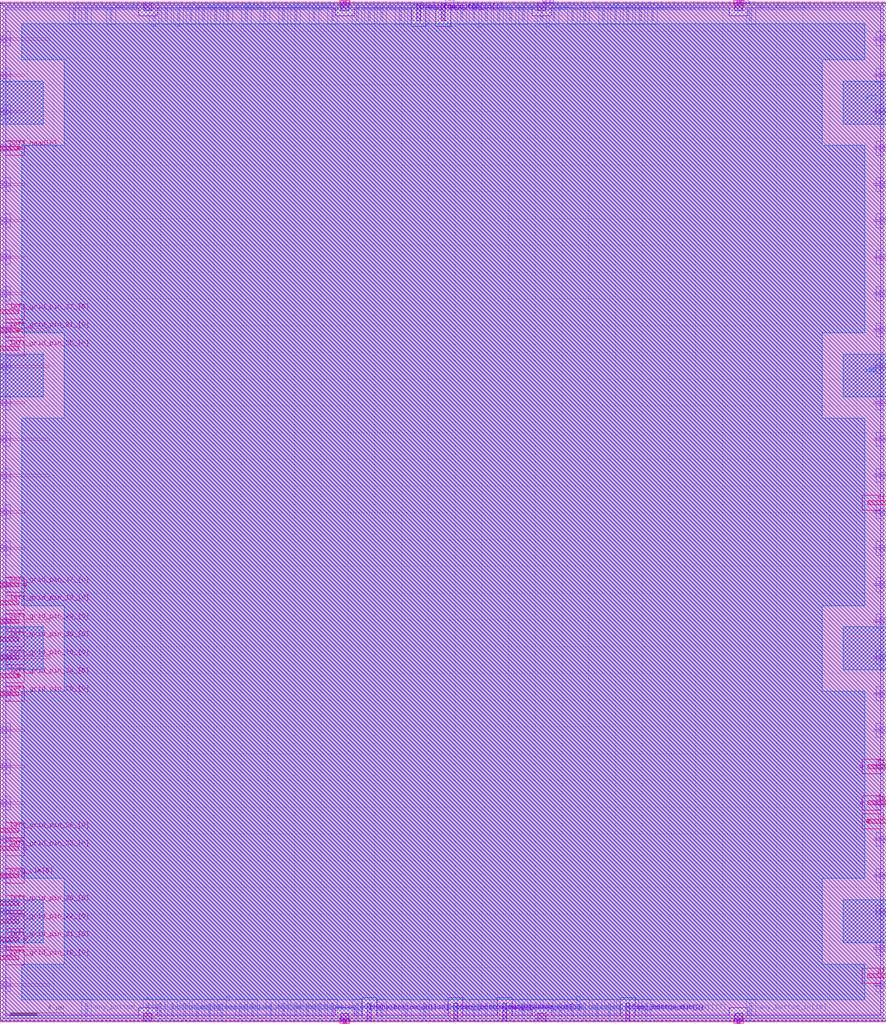
<source format=lef>
VERSION 5.7 ;
BUSBITCHARS "[]" ;

UNITS
  DATABASE MICRONS 1000 ;
END UNITS

MANUFACTURINGGRID 0.005 ;

LAYER li1
  TYPE ROUTING ;
  DIRECTION VERTICAL ;
  PITCH 0.46 ;
  WIDTH 0.17 ;
END li1

LAYER mcon
  TYPE CUT ;
END mcon

LAYER met1
  TYPE ROUTING ;
  DIRECTION HORIZONTAL ;
  PITCH 0.34 ;
  WIDTH 0.14 ;
END met1

LAYER via
  TYPE CUT ;
END via

LAYER met2
  TYPE ROUTING ;
  DIRECTION VERTICAL ;
  PITCH 0.46 ;
  WIDTH 0.14 ;
END met2

LAYER via2
  TYPE CUT ;
END via2

LAYER met3
  TYPE ROUTING ;
  DIRECTION HORIZONTAL ;
  PITCH 0.68 ;
  WIDTH 0.3 ;
END met3

LAYER via3
  TYPE CUT ;
END via3

LAYER met4
  TYPE ROUTING ;
  DIRECTION VERTICAL ;
  PITCH 0.92 ;
  WIDTH 0.3 ;
END met4

LAYER via4
  TYPE CUT ;
END via4

LAYER met5
  TYPE ROUTING ;
  DIRECTION HORIZONTAL ;
  PITCH 3.4 ;
  WIDTH 1.6 ;
END met5

LAYER nwell
  TYPE MASTERSLICE ;
END nwell

LAYER pwell
  TYPE MASTERSLICE ;
END pwell

LAYER OVERLAP
  TYPE OVERLAP ;
END OVERLAP

VIA L1M1_PR
  LAYER li1 ;
    RECT -0.085 -0.085 0.085 0.085 ;
  LAYER mcon ;
    RECT -0.085 -0.085 0.085 0.085 ;
  LAYER met1 ;
    RECT -0.145 -0.115 0.145 0.115 ;
END L1M1_PR

VIA L1M1_PR_R
  LAYER li1 ;
    RECT -0.085 -0.085 0.085 0.085 ;
  LAYER mcon ;
    RECT -0.085 -0.085 0.085 0.085 ;
  LAYER met1 ;
    RECT -0.115 -0.145 0.115 0.145 ;
END L1M1_PR_R

VIA L1M1_PR_M
  LAYER li1 ;
    RECT -0.085 -0.085 0.085 0.085 ;
  LAYER mcon ;
    RECT -0.085 -0.085 0.085 0.085 ;
  LAYER met1 ;
    RECT -0.115 -0.145 0.115 0.145 ;
END L1M1_PR_M

VIA L1M1_PR_MR
  LAYER li1 ;
    RECT -0.085 -0.085 0.085 0.085 ;
  LAYER mcon ;
    RECT -0.085 -0.085 0.085 0.085 ;
  LAYER met1 ;
    RECT -0.145 -0.115 0.145 0.115 ;
END L1M1_PR_MR

VIA L1M1_PR_C
  LAYER li1 ;
    RECT -0.085 -0.085 0.085 0.085 ;
  LAYER mcon ;
    RECT -0.085 -0.085 0.085 0.085 ;
  LAYER met1 ;
    RECT -0.145 -0.145 0.145 0.145 ;
END L1M1_PR_C

VIA M1M2_PR
  LAYER met1 ;
    RECT -0.16 -0.13 0.16 0.13 ;
  LAYER via ;
    RECT -0.075 -0.075 0.075 0.075 ;
  LAYER met2 ;
    RECT -0.13 -0.16 0.13 0.16 ;
END M1M2_PR

VIA M1M2_PR_Enc
  LAYER met1 ;
    RECT -0.16 -0.13 0.16 0.13 ;
  LAYER via ;
    RECT -0.075 -0.075 0.075 0.075 ;
  LAYER met2 ;
    RECT -0.16 -0.13 0.16 0.13 ;
END M1M2_PR_Enc

VIA M1M2_PR_R
  LAYER met1 ;
    RECT -0.13 -0.16 0.13 0.16 ;
  LAYER via ;
    RECT -0.075 -0.075 0.075 0.075 ;
  LAYER met2 ;
    RECT -0.16 -0.13 0.16 0.13 ;
END M1M2_PR_R

VIA M1M2_PR_R_Enc
  LAYER met1 ;
    RECT -0.13 -0.16 0.13 0.16 ;
  LAYER via ;
    RECT -0.075 -0.075 0.075 0.075 ;
  LAYER met2 ;
    RECT -0.13 -0.16 0.13 0.16 ;
END M1M2_PR_R_Enc

VIA M1M2_PR_M
  LAYER met1 ;
    RECT -0.16 -0.13 0.16 0.13 ;
  LAYER via ;
    RECT -0.075 -0.075 0.075 0.075 ;
  LAYER met2 ;
    RECT -0.16 -0.13 0.16 0.13 ;
END M1M2_PR_M

VIA M1M2_PR_M_Enc
  LAYER met1 ;
    RECT -0.16 -0.13 0.16 0.13 ;
  LAYER via ;
    RECT -0.075 -0.075 0.075 0.075 ;
  LAYER met2 ;
    RECT -0.13 -0.16 0.13 0.16 ;
END M1M2_PR_M_Enc

VIA M1M2_PR_MR
  LAYER met1 ;
    RECT -0.13 -0.16 0.13 0.16 ;
  LAYER via ;
    RECT -0.075 -0.075 0.075 0.075 ;
  LAYER met2 ;
    RECT -0.13 -0.16 0.13 0.16 ;
END M1M2_PR_MR

VIA M1M2_PR_MR_Enc
  LAYER met1 ;
    RECT -0.13 -0.16 0.13 0.16 ;
  LAYER via ;
    RECT -0.075 -0.075 0.075 0.075 ;
  LAYER met2 ;
    RECT -0.16 -0.13 0.16 0.13 ;
END M1M2_PR_MR_Enc

VIA M1M2_PR_C
  LAYER met1 ;
    RECT -0.16 -0.16 0.16 0.16 ;
  LAYER via ;
    RECT -0.075 -0.075 0.075 0.075 ;
  LAYER met2 ;
    RECT -0.16 -0.16 0.16 0.16 ;
END M1M2_PR_C

VIA M2M3_PR
  LAYER met2 ;
    RECT -0.14 -0.185 0.14 0.185 ;
  LAYER via2 ;
    RECT -0.1 -0.1 0.1 0.1 ;
  LAYER met3 ;
    RECT -0.165 -0.165 0.165 0.165 ;
END M2M3_PR

VIA M2M3_PR_R
  LAYER met2 ;
    RECT -0.185 -0.14 0.185 0.14 ;
  LAYER via2 ;
    RECT -0.1 -0.1 0.1 0.1 ;
  LAYER met3 ;
    RECT -0.165 -0.165 0.165 0.165 ;
END M2M3_PR_R

VIA M2M3_PR_M
  LAYER met2 ;
    RECT -0.14 -0.185 0.14 0.185 ;
  LAYER via2 ;
    RECT -0.1 -0.1 0.1 0.1 ;
  LAYER met3 ;
    RECT -0.165 -0.165 0.165 0.165 ;
END M2M3_PR_M

VIA M2M3_PR_MR
  LAYER met2 ;
    RECT -0.185 -0.14 0.185 0.14 ;
  LAYER via2 ;
    RECT -0.1 -0.1 0.1 0.1 ;
  LAYER met3 ;
    RECT -0.165 -0.165 0.165 0.165 ;
END M2M3_PR_MR

VIA M2M3_PR_C
  LAYER met2 ;
    RECT -0.185 -0.185 0.185 0.185 ;
  LAYER via2 ;
    RECT -0.1 -0.1 0.1 0.1 ;
  LAYER met3 ;
    RECT -0.165 -0.165 0.165 0.165 ;
END M2M3_PR_C

VIA M3M4_PR
  LAYER met3 ;
    RECT -0.19 -0.16 0.19 0.16 ;
  LAYER via3 ;
    RECT -0.1 -0.1 0.1 0.1 ;
  LAYER met4 ;
    RECT -0.165 -0.165 0.165 0.165 ;
END M3M4_PR

VIA M3M4_PR_R
  LAYER met3 ;
    RECT -0.16 -0.19 0.16 0.19 ;
  LAYER via3 ;
    RECT -0.1 -0.1 0.1 0.1 ;
  LAYER met4 ;
    RECT -0.165 -0.165 0.165 0.165 ;
END M3M4_PR_R

VIA M3M4_PR_M
  LAYER met3 ;
    RECT -0.19 -0.16 0.19 0.16 ;
  LAYER via3 ;
    RECT -0.1 -0.1 0.1 0.1 ;
  LAYER met4 ;
    RECT -0.165 -0.165 0.165 0.165 ;
END M3M4_PR_M

VIA M3M4_PR_MR
  LAYER met3 ;
    RECT -0.16 -0.19 0.16 0.19 ;
  LAYER via3 ;
    RECT -0.1 -0.1 0.1 0.1 ;
  LAYER met4 ;
    RECT -0.165 -0.165 0.165 0.165 ;
END M3M4_PR_MR

VIA M3M4_PR_C
  LAYER met3 ;
    RECT -0.19 -0.19 0.19 0.19 ;
  LAYER via3 ;
    RECT -0.1 -0.1 0.1 0.1 ;
  LAYER met4 ;
    RECT -0.165 -0.165 0.165 0.165 ;
END M3M4_PR_C

VIA M4M5_PR
  LAYER met4 ;
    RECT -0.59 -0.59 0.59 0.59 ;
  LAYER via4 ;
    RECT -0.4 -0.4 0.4 0.4 ;
  LAYER met5 ;
    RECT -0.71 -0.71 0.71 0.71 ;
END M4M5_PR

VIA M4M5_PR_R
  LAYER met4 ;
    RECT -0.59 -0.59 0.59 0.59 ;
  LAYER via4 ;
    RECT -0.4 -0.4 0.4 0.4 ;
  LAYER met5 ;
    RECT -0.71 -0.71 0.71 0.71 ;
END M4M5_PR_R

VIA M4M5_PR_M
  LAYER met4 ;
    RECT -0.59 -0.59 0.59 0.59 ;
  LAYER via4 ;
    RECT -0.4 -0.4 0.4 0.4 ;
  LAYER met5 ;
    RECT -0.71 -0.71 0.71 0.71 ;
END M4M5_PR_M

VIA M4M5_PR_MR
  LAYER met4 ;
    RECT -0.59 -0.59 0.59 0.59 ;
  LAYER via4 ;
    RECT -0.4 -0.4 0.4 0.4 ;
  LAYER met5 ;
    RECT -0.71 -0.71 0.71 0.71 ;
END M4M5_PR_MR

VIA M4M5_PR_C
  LAYER met4 ;
    RECT -0.59 -0.59 0.59 0.59 ;
  LAYER via4 ;
    RECT -0.4 -0.4 0.4 0.4 ;
  LAYER met5 ;
    RECT -0.71 -0.71 0.71 0.71 ;
END M4M5_PR_C

SITE unit
  CLASS CORE ;
  SYMMETRY Y ;
  SIZE 0.46 BY 2.72 ;
END unit

SITE unithddbl
  CLASS CORE ;
  SIZE 0.46 BY 5.44 ;
END unithddbl

MACRO cby_2__1_
  CLASS BLOCK ;
  ORIGIN 0 0 ;
  SIZE 66.24 BY 76.16 ;
  SYMMETRY X Y ;
  PIN prog_clk[0]
    DIRECTION INPUT ;
    USE CLOCK ;
    PORT
      LAYER met3 ;
        RECT 0 10.73 1.38 11.03 ;
    END
  END prog_clk[0]
  PIN chany_bottom_in[0]
    DIRECTION INPUT ;
    USE SIGNAL ;
    PORT
      LAYER met2 ;
        RECT 11.89 0 12.03 1.36 ;
    END
  END chany_bottom_in[0]
  PIN chany_bottom_in[1]
    DIRECTION INPUT ;
    USE SIGNAL ;
    PORT
      LAYER met2 ;
        RECT 24.77 0 24.91 1.36 ;
    END
  END chany_bottom_in[1]
  PIN chany_bottom_in[2]
    DIRECTION INPUT ;
    USE SIGNAL ;
    PORT
      LAYER met2 ;
        RECT 38.11 0 38.25 1.36 ;
    END
  END chany_bottom_in[2]
  PIN chany_bottom_in[3]
    DIRECTION INPUT ;
    USE SIGNAL ;
    PORT
      LAYER met2 ;
        RECT 10.97 0 11.11 1.36 ;
    END
  END chany_bottom_in[3]
  PIN chany_bottom_in[4]
    DIRECTION INPUT ;
    USE SIGNAL ;
    PORT
      LAYER met2 ;
        RECT 31.67 0 31.81 1.36 ;
    END
  END chany_bottom_in[4]
  PIN chany_bottom_in[5]
    DIRECTION INPUT ;
    USE SIGNAL ;
    PORT
      LAYER met2 ;
        RECT 20.17 0 20.31 1.36 ;
    END
  END chany_bottom_in[5]
  PIN chany_bottom_in[6]
    DIRECTION INPUT ;
    USE SIGNAL ;
    PORT
      LAYER met2 ;
        RECT 37.19 0 37.33 1.36 ;
    END
  END chany_bottom_in[6]
  PIN chany_bottom_in[7]
    DIRECTION INPUT ;
    USE SIGNAL ;
    PORT
      LAYER met2 ;
        RECT 16.49 0 16.63 1.36 ;
    END
  END chany_bottom_in[7]
  PIN chany_bottom_in[8]
    DIRECTION INPUT ;
    USE SIGNAL ;
    PORT
      LAYER met2 ;
        RECT 34.43 0 34.57 1.36 ;
    END
  END chany_bottom_in[8]
  PIN chany_bottom_in[9]
    DIRECTION INPUT ;
    USE SIGNAL ;
    PORT
      LAYER met2 ;
        RECT 13.73 0 13.87 1.36 ;
    END
  END chany_bottom_in[9]
  PIN chany_bottom_in[10]
    DIRECTION INPUT ;
    USE SIGNAL ;
    PORT
      LAYER met2 ;
        RECT 40.87 0 41.01 1.36 ;
    END
  END chany_bottom_in[10]
  PIN chany_bottom_in[11]
    DIRECTION INPUT ;
    USE SIGNAL ;
    PORT
      LAYER met2 ;
        RECT 14.65 0 14.79 1.36 ;
    END
  END chany_bottom_in[11]
  PIN chany_bottom_in[12]
    DIRECTION INPUT ;
    USE SIGNAL ;
    PORT
      LAYER met2 ;
        RECT 36.27 0 36.41 1.36 ;
    END
  END chany_bottom_in[12]
  PIN chany_bottom_in[13]
    DIRECTION INPUT ;
    USE SIGNAL ;
    PORT
      LAYER met2 ;
        RECT 15.57 0 15.71 1.36 ;
    END
  END chany_bottom_in[13]
  PIN chany_bottom_in[14]
    DIRECTION INPUT ;
    USE SIGNAL ;
    PORT
      LAYER met2 ;
        RECT 46.39 0 46.53 1.36 ;
    END
  END chany_bottom_in[14]
  PIN chany_bottom_in[15]
    DIRECTION INPUT ;
    USE SIGNAL ;
    PORT
      LAYER met2 ;
        RECT 22.01 0 22.15 1.36 ;
    END
  END chany_bottom_in[15]
  PIN chany_bottom_in[16]
    DIRECTION INPUT ;
    USE SIGNAL ;
    PORT
      LAYER met2 ;
        RECT 56.05 0 56.19 1.36 ;
    END
  END chany_bottom_in[16]
  PIN chany_bottom_in[17]
    DIRECTION INPUT ;
    USE SIGNAL ;
    PORT
      LAYER met2 ;
        RECT 18.79 0 18.93 1.36 ;
    END
  END chany_bottom_in[17]
  PIN chany_bottom_in[18]
    DIRECTION INPUT ;
    USE SIGNAL ;
    PORT
      LAYER met2 ;
        RECT 44.55 0 44.69 1.36 ;
    END
  END chany_bottom_in[18]
  PIN chany_bottom_in[19]
    DIRECTION INPUT ;
    USE SIGNAL ;
    PORT
      LAYER met2 ;
        RECT 6.37 0 6.51 1.36 ;
    END
  END chany_bottom_in[19]
  PIN chany_top_in[0]
    DIRECTION INPUT ;
    USE SIGNAL ;
    PORT
      LAYER met2 ;
        RECT 38.11 74.8 38.25 76.16 ;
    END
  END chany_top_in[0]
  PIN chany_top_in[1]
    DIRECTION INPUT ;
    USE SIGNAL ;
    PORT
      LAYER met4 ;
        RECT 32.97 74.8 33.27 76.16 ;
    END
  END chany_top_in[1]
  PIN chany_top_in[2]
    DIRECTION INPUT ;
    USE SIGNAL ;
    PORT
      LAYER met2 ;
        RECT 56.05 74.8 56.19 76.16 ;
    END
  END chany_top_in[2]
  PIN chany_top_in[3]
    DIRECTION INPUT ;
    USE SIGNAL ;
    PORT
      LAYER met2 ;
        RECT 15.11 74.8 15.25 76.16 ;
    END
  END chany_top_in[3]
  PIN chany_top_in[4]
    DIRECTION INPUT ;
    USE SIGNAL ;
    PORT
      LAYER met2 ;
        RECT 11.43 74.8 11.57 76.16 ;
    END
  END chany_top_in[4]
  PIN chany_top_in[5]
    DIRECTION INPUT ;
    USE SIGNAL ;
    PORT
      LAYER met2 ;
        RECT 16.03 74.8 16.17 76.16 ;
    END
  END chany_top_in[5]
  PIN chany_top_in[6]
    DIRECTION INPUT ;
    USE SIGNAL ;
    PORT
      LAYER met2 ;
        RECT 40.41 74.8 40.55 76.16 ;
    END
  END chany_top_in[6]
  PIN chany_top_in[7]
    DIRECTION INPUT ;
    USE SIGNAL ;
    PORT
      LAYER met2 ;
        RECT 22.01 74.8 22.15 76.16 ;
    END
  END chany_top_in[7]
  PIN chany_top_in[8]
    DIRECTION INPUT ;
    USE SIGNAL ;
    PORT
      LAYER met2 ;
        RECT 31.67 74.8 31.81 76.16 ;
    END
  END chany_top_in[8]
  PIN chany_top_in[9]
    DIRECTION INPUT ;
    USE SIGNAL ;
    PORT
      LAYER met2 ;
        RECT 12.35 74.8 12.49 76.16 ;
    END
  END chany_top_in[9]
  PIN chany_top_in[10]
    DIRECTION INPUT ;
    USE SIGNAL ;
    PORT
      LAYER met2 ;
        RECT 45.93 74.8 46.07 76.16 ;
    END
  END chany_top_in[10]
  PIN chany_top_in[11]
    DIRECTION INPUT ;
    USE SIGNAL ;
    PORT
      LAYER met2 ;
        RECT 8.21 74.8 8.35 76.16 ;
    END
  END chany_top_in[11]
  PIN chany_top_in[12]
    DIRECTION INPUT ;
    USE SIGNAL ;
    PORT
      LAYER met2 ;
        RECT 33.05 74.8 33.19 76.16 ;
    END
  END chany_top_in[12]
  PIN chany_top_in[13]
    DIRECTION INPUT ;
    USE SIGNAL ;
    PORT
      LAYER met2 ;
        RECT 6.37 74.8 6.51 76.16 ;
    END
  END chany_top_in[13]
  PIN chany_top_in[14]
    DIRECTION INPUT ;
    USE SIGNAL ;
    PORT
      LAYER met2 ;
        RECT 41.33 74.8 41.47 76.16 ;
    END
  END chany_top_in[14]
  PIN chany_top_in[15]
    DIRECTION INPUT ;
    USE SIGNAL ;
    PORT
      LAYER met2 ;
        RECT 23.39 74.8 23.53 76.16 ;
    END
  END chany_top_in[15]
  PIN chany_top_in[16]
    DIRECTION INPUT ;
    USE SIGNAL ;
    PORT
      LAYER met2 ;
        RECT 26.61 74.8 26.75 76.16 ;
    END
  END chany_top_in[16]
  PIN chany_top_in[17]
    DIRECTION INPUT ;
    USE SIGNAL ;
    PORT
      LAYER met2 ;
        RECT 19.71 74.8 19.85 76.16 ;
    END
  END chany_top_in[17]
  PIN chany_top_in[18]
    DIRECTION INPUT ;
    USE SIGNAL ;
    PORT
      LAYER met2 ;
        RECT 45.01 74.8 45.15 76.16 ;
    END
  END chany_top_in[18]
  PIN chany_top_in[19]
    DIRECTION INPUT ;
    USE SIGNAL ;
    PORT
      LAYER met2 ;
        RECT 5.45 74.8 5.59 76.16 ;
    END
  END chany_top_in[19]
  PIN ccff_head[0]
    DIRECTION INPUT ;
    USE SIGNAL ;
    PORT
      LAYER met3 ;
        RECT 0 65.13 1.38 65.43 ;
    END
  END ccff_head[0]
  PIN chany_bottom_out[0]
    DIRECTION OUTPUT ;
    USE SIGNAL ;
    PORT
      LAYER met2 ;
        RECT 33.51 0 33.65 1.36 ;
    END
  END chany_bottom_out[0]
  PIN chany_bottom_out[1]
    DIRECTION OUTPUT ;
    USE SIGNAL ;
    PORT
      LAYER met4 ;
        RECT 37.57 0 37.87 1.36 ;
    END
  END chany_bottom_out[1]
  PIN chany_bottom_out[2]
    DIRECTION OUTPUT ;
    USE SIGNAL ;
    PORT
      LAYER met4 ;
        RECT 46.77 0 47.07 1.36 ;
    END
  END chany_bottom_out[2]
  PIN chany_bottom_out[3]
    DIRECTION OUTPUT ;
    USE SIGNAL ;
    PORT
      LAYER met2 ;
        RECT 26.61 0 26.75 1.36 ;
    END
  END chany_bottom_out[3]
  PIN chany_bottom_out[4]
    DIRECTION OUTPUT ;
    USE SIGNAL ;
    PORT
      LAYER met2 ;
        RECT 41.79 0 41.93 1.36 ;
    END
  END chany_bottom_out[4]
  PIN chany_bottom_out[5]
    DIRECTION OUTPUT ;
    USE SIGNAL ;
    PORT
      LAYER met2 ;
        RECT 39.03 0 39.17 1.36 ;
    END
  END chany_bottom_out[5]
  PIN chany_bottom_out[6]
    DIRECTION OUTPUT ;
    USE SIGNAL ;
    PORT
      LAYER met2 ;
        RECT 47.31 0 47.45 1.36 ;
    END
  END chany_bottom_out[6]
  PIN chany_bottom_out[7]
    DIRECTION OUTPUT ;
    USE SIGNAL ;
    PORT
      LAYER met2 ;
        RECT 22.93 0 23.07 1.36 ;
    END
  END chany_bottom_out[7]
  PIN chany_bottom_out[8]
    DIRECTION OUTPUT ;
    USE SIGNAL ;
    PORT
      LAYER met2 ;
        RECT 30.29 0 30.43 1.36 ;
    END
  END chany_bottom_out[8]
  PIN chany_bottom_out[9]
    DIRECTION OUTPUT ;
    USE SIGNAL ;
    PORT
      LAYER met4 ;
        RECT 33.89 0 34.19 1.36 ;
    END
  END chany_bottom_out[9]
  PIN chany_bottom_out[10]
    DIRECTION OUTPUT ;
    USE SIGNAL ;
    PORT
      LAYER met4 ;
        RECT 27.45 0 27.75 1.36 ;
    END
  END chany_bottom_out[10]
  PIN chany_bottom_out[11]
    DIRECTION OUTPUT ;
    USE SIGNAL ;
    PORT
      LAYER met2 ;
        RECT 21.09 0 21.23 1.36 ;
    END
  END chany_bottom_out[11]
  PIN chany_bottom_out[12]
    DIRECTION OUTPUT ;
    USE SIGNAL ;
    PORT
      LAYER met2 ;
        RECT 23.85 0 23.99 1.36 ;
    END
  END chany_bottom_out[12]
  PIN chany_bottom_out[13]
    DIRECTION OUTPUT ;
    USE SIGNAL ;
    PORT
      LAYER met2 ;
        RECT 17.87 0 18.01 1.36 ;
    END
  END chany_bottom_out[13]
  PIN chany_bottom_out[14]
    DIRECTION OUTPUT ;
    USE SIGNAL ;
    PORT
      LAYER met2 ;
        RECT 43.63 0 43.77 1.36 ;
    END
  END chany_bottom_out[14]
  PIN chany_bottom_out[15]
    DIRECTION OUTPUT ;
    USE SIGNAL ;
    PORT
      LAYER met2 ;
        RECT 35.35 0 35.49 1.36 ;
    END
  END chany_bottom_out[15]
  PIN chany_bottom_out[16]
    DIRECTION OUTPUT ;
    USE SIGNAL ;
    PORT
      LAYER met2 ;
        RECT 42.71 0 42.85 1.36 ;
    END
  END chany_bottom_out[16]
  PIN chany_bottom_out[17]
    DIRECTION OUTPUT ;
    USE SIGNAL ;
    PORT
      LAYER met2 ;
        RECT 48.23 0 48.37 1.36 ;
    END
  END chany_bottom_out[17]
  PIN chany_bottom_out[18]
    DIRECTION OUTPUT ;
    USE SIGNAL ;
    PORT
      LAYER met2 ;
        RECT 45.47 0 45.61 1.36 ;
    END
  END chany_bottom_out[18]
  PIN chany_bottom_out[19]
    DIRECTION OUTPUT ;
    USE SIGNAL ;
    PORT
      LAYER met2 ;
        RECT 39.95 0 40.09 1.36 ;
    END
  END chany_bottom_out[19]
  PIN chany_top_out[0]
    DIRECTION OUTPUT ;
    USE SIGNAL ;
    PORT
      LAYER met2 ;
        RECT 29.83 74.8 29.97 76.16 ;
    END
  END chany_top_out[0]
  PIN chany_top_out[1]
    DIRECTION OUTPUT ;
    USE SIGNAL ;
    PORT
      LAYER met2 ;
        RECT 24.77 74.8 24.91 76.16 ;
    END
  END chany_top_out[1]
  PIN chany_top_out[2]
    DIRECTION OUTPUT ;
    USE SIGNAL ;
    PORT
      LAYER met4 ;
        RECT 31.13 74.8 31.43 76.16 ;
    END
  END chany_top_out[2]
  PIN chany_top_out[3]
    DIRECTION OUTPUT ;
    USE SIGNAL ;
    PORT
      LAYER met2 ;
        RECT 21.09 74.8 21.23 76.16 ;
    END
  END chany_top_out[3]
  PIN chany_top_out[4]
    DIRECTION OUTPUT ;
    USE SIGNAL ;
    PORT
      LAYER met2 ;
        RECT 28.45 74.8 28.59 76.16 ;
    END
  END chany_top_out[4]
  PIN chany_top_out[5]
    DIRECTION OUTPUT ;
    USE SIGNAL ;
    PORT
      LAYER met2 ;
        RECT 27.53 74.8 27.67 76.16 ;
    END
  END chany_top_out[5]
  PIN chany_top_out[6]
    DIRECTION OUTPUT ;
    USE SIGNAL ;
    PORT
      LAYER met2 ;
        RECT 43.63 74.8 43.77 76.16 ;
    END
  END chany_top_out[6]
  PIN chany_top_out[7]
    DIRECTION OUTPUT ;
    USE SIGNAL ;
    PORT
      LAYER met2 ;
        RECT 37.19 74.8 37.33 76.16 ;
    END
  END chany_top_out[7]
  PIN chany_top_out[8]
    DIRECTION OUTPUT ;
    USE SIGNAL ;
    PORT
      LAYER met2 ;
        RECT 46.85 74.8 46.99 76.16 ;
    END
  END chany_top_out[8]
  PIN chany_top_out[9]
    DIRECTION OUTPUT ;
    USE SIGNAL ;
    PORT
      LAYER met2 ;
        RECT 39.03 74.8 39.17 76.16 ;
    END
  END chany_top_out[9]
  PIN chany_top_out[10]
    DIRECTION OUTPUT ;
    USE SIGNAL ;
    PORT
      LAYER met2 ;
        RECT 14.19 74.8 14.33 76.16 ;
    END
  END chany_top_out[10]
  PIN chany_top_out[11]
    DIRECTION OUTPUT ;
    USE SIGNAL ;
    PORT
      LAYER met2 ;
        RECT 36.27 74.8 36.41 76.16 ;
    END
  END chany_top_out[11]
  PIN chany_top_out[12]
    DIRECTION OUTPUT ;
    USE SIGNAL ;
    PORT
      LAYER met2 ;
        RECT 16.95 74.8 17.09 76.16 ;
    END
  END chany_top_out[12]
  PIN chany_top_out[13]
    DIRECTION OUTPUT ;
    USE SIGNAL ;
    PORT
      LAYER met2 ;
        RECT 18.33 74.8 18.47 76.16 ;
    END
  END chany_top_out[13]
  PIN chany_top_out[14]
    DIRECTION OUTPUT ;
    USE SIGNAL ;
    PORT
      LAYER met2 ;
        RECT 30.75 74.8 30.89 76.16 ;
    END
  END chany_top_out[14]
  PIN chany_top_out[15]
    DIRECTION OUTPUT ;
    USE SIGNAL ;
    PORT
      LAYER met2 ;
        RECT 34.43 74.8 34.57 76.16 ;
    END
  END chany_top_out[15]
  PIN chany_top_out[16]
    DIRECTION OUTPUT ;
    USE SIGNAL ;
    PORT
      LAYER met2 ;
        RECT 42.71 74.8 42.85 76.16 ;
    END
  END chany_top_out[16]
  PIN chany_top_out[17]
    DIRECTION OUTPUT ;
    USE SIGNAL ;
    PORT
      LAYER met2 ;
        RECT 47.77 74.8 47.91 76.16 ;
    END
  END chany_top_out[17]
  PIN chany_top_out[18]
    DIRECTION OUTPUT ;
    USE SIGNAL ;
    PORT
      LAYER met2 ;
        RECT 48.69 74.8 48.83 76.16 ;
    END
  END chany_top_out[18]
  PIN chany_top_out[19]
    DIRECTION OUTPUT ;
    USE SIGNAL ;
    PORT
      LAYER met2 ;
        RECT 35.35 74.8 35.49 76.16 ;
    END
  END chany_top_out[19]
  PIN right_grid_pin_0_[0]
    DIRECTION OUTPUT ;
    USE SIGNAL ;
    PORT
      LAYER met3 ;
        RECT 64.86 14.81 66.24 15.11 ;
    END
  END right_grid_pin_0_[0]
  PIN left_grid_pin_16_[0]
    DIRECTION OUTPUT ;
    USE SIGNAL ;
    PORT
      LAYER met3 ;
        RECT 0 27.05 1.38 27.35 ;
    END
  END left_grid_pin_16_[0]
  PIN left_grid_pin_17_[0]
    DIRECTION OUTPUT ;
    USE SIGNAL ;
    PORT
      LAYER met3 ;
        RECT 0 32.49 1.38 32.79 ;
    END
  END left_grid_pin_17_[0]
  PIN left_grid_pin_18_[0]
    DIRECTION OUTPUT ;
    USE SIGNAL ;
    PORT
      LAYER met3 ;
        RECT 0 4.61 1.38 4.91 ;
    END
  END left_grid_pin_18_[0]
  PIN left_grid_pin_19_[0]
    DIRECTION OUTPUT ;
    USE SIGNAL ;
    PORT
      LAYER met3 ;
        RECT 0 31.13 1.38 31.43 ;
    END
  END left_grid_pin_19_[0]
  PIN left_grid_pin_20_[0]
    DIRECTION OUTPUT ;
    USE SIGNAL ;
    PORT
      LAYER met3 ;
        RECT 0 8.69 1.38 8.99 ;
    END
  END left_grid_pin_20_[0]
  PIN left_grid_pin_21_[0]
    DIRECTION OUTPUT ;
    USE SIGNAL ;
    PORT
      LAYER met3 ;
        RECT 0 5.97 1.38 6.27 ;
    END
  END left_grid_pin_21_[0]
  PIN left_grid_pin_22_[0]
    DIRECTION OUTPUT ;
    USE SIGNAL ;
    PORT
      LAYER met3 ;
        RECT 0 7.33 1.38 7.63 ;
    END
  END left_grid_pin_22_[0]
  PIN left_grid_pin_23_[0]
    DIRECTION OUTPUT ;
    USE SIGNAL ;
    PORT
      LAYER met3 ;
        RECT 0 12.77 1.38 13.07 ;
    END
  END left_grid_pin_23_[0]
  PIN left_grid_pin_24_[0]
    DIRECTION OUTPUT ;
    USE SIGNAL ;
    PORT
      LAYER met3 ;
        RECT 0 25.69 1.38 25.99 ;
    END
  END left_grid_pin_24_[0]
  PIN left_grid_pin_25_[0]
    DIRECTION OUTPUT ;
    USE SIGNAL ;
    PORT
      LAYER met3 ;
        RECT 0 24.33 1.38 24.63 ;
    END
  END left_grid_pin_25_[0]
  PIN left_grid_pin_26_[0]
    DIRECTION OUTPUT ;
    USE SIGNAL ;
    PORT
      LAYER met3 ;
        RECT 0 14.13 1.38 14.43 ;
    END
  END left_grid_pin_26_[0]
  PIN left_grid_pin_27_[0]
    DIRECTION OUTPUT ;
    USE SIGNAL ;
    PORT
      LAYER met3 ;
        RECT 0 52.89 1.38 53.19 ;
    END
  END left_grid_pin_27_[0]
  PIN left_grid_pin_28_[0]
    DIRECTION OUTPUT ;
    USE SIGNAL ;
    PORT
      LAYER met3 ;
        RECT 0 50.17 1.38 50.47 ;
    END
  END left_grid_pin_28_[0]
  PIN left_grid_pin_29_[0]
    DIRECTION OUTPUT ;
    USE SIGNAL ;
    PORT
      LAYER met3 ;
        RECT 0 29.77 1.38 30.07 ;
    END
  END left_grid_pin_29_[0]
  PIN left_grid_pin_30_[0]
    DIRECTION OUTPUT ;
    USE SIGNAL ;
    PORT
      LAYER met3 ;
        RECT 0 28.41 1.38 28.71 ;
    END
  END left_grid_pin_30_[0]
  PIN left_grid_pin_31_[0]
    DIRECTION OUTPUT ;
    USE SIGNAL ;
    PORT
      LAYER met3 ;
        RECT 0 51.53 1.38 51.83 ;
    END
  END left_grid_pin_31_[0]
  PIN ccff_tail[0]
    DIRECTION OUTPUT ;
    USE SIGNAL ;
    PORT
      LAYER met2 ;
        RECT 12.81 0 12.95 1.36 ;
    END
  END ccff_tail[0]
  PIN gfpga_pad_EMBEDDED_IO_SOC_IN[0]
    DIRECTION INPUT ;
    USE SIGNAL ;
    PORT
      LAYER met3 ;
        RECT 64.86 38.61 66.24 38.91 ;
    END
  END gfpga_pad_EMBEDDED_IO_SOC_IN[0]
  PIN gfpga_pad_EMBEDDED_IO_SOC_OUT[0]
    DIRECTION OUTPUT ;
    USE SIGNAL ;
    PORT
      LAYER met3 ;
        RECT 64.86 18.89 66.24 19.19 ;
    END
  END gfpga_pad_EMBEDDED_IO_SOC_OUT[0]
  PIN gfpga_pad_EMBEDDED_IO_SOC_DIR[0]
    DIRECTION OUTPUT ;
    USE SIGNAL ;
    PORT
      LAYER met3 ;
        RECT 64.86 3.25 66.24 3.55 ;
    END
  END gfpga_pad_EMBEDDED_IO_SOC_DIR[0]
  PIN left_width_0_height_0__pin_0_[0]
    DIRECTION INPUT ;
    USE SIGNAL ;
    PORT
      LAYER met3 ;
        RECT 64.86 16.17 66.24 16.47 ;
    END
  END left_width_0_height_0__pin_0_[0]
  PIN left_width_0_height_0__pin_1_upper[0]
    DIRECTION OUTPUT ;
    USE SIGNAL ;
    PORT
      LAYER met2 ;
        RECT 13.27 74.8 13.41 76.16 ;
    END
  END left_width_0_height_0__pin_1_upper[0]
  PIN left_width_0_height_0__pin_1_lower[0]
    DIRECTION OUTPUT ;
    USE SIGNAL ;
    PORT
      LAYER met2 ;
        RECT 28.45 0 28.59 1.36 ;
    END
  END left_width_0_height_0__pin_1_lower[0]
  PIN VDD
    DIRECTION INPUT ;
    USE POWER ;
    PORT
      LAYER met5 ;
        RECT 0 5.88 3.2 9.08 ;
        RECT 63.04 5.88 66.24 9.08 ;
        RECT 0 46.68 3.2 49.88 ;
        RECT 63.04 46.68 66.24 49.88 ;
      LAYER met1 ;
        RECT 0 2.48 0.48 2.96 ;
        RECT 65.76 2.48 66.24 2.96 ;
        RECT 0 7.92 0.48 8.4 ;
        RECT 65.76 7.92 66.24 8.4 ;
        RECT 0 13.36 0.48 13.84 ;
        RECT 65.76 13.36 66.24 13.84 ;
        RECT 0 18.8 0.48 19.28 ;
        RECT 65.76 18.8 66.24 19.28 ;
        RECT 0 24.24 0.48 24.72 ;
        RECT 65.76 24.24 66.24 24.72 ;
        RECT 0 29.68 0.48 30.16 ;
        RECT 65.76 29.68 66.24 30.16 ;
        RECT 0 35.12 0.48 35.6 ;
        RECT 65.76 35.12 66.24 35.6 ;
        RECT 0 40.56 0.48 41.04 ;
        RECT 65.76 40.56 66.24 41.04 ;
        RECT 0 46 0.48 46.48 ;
        RECT 65.76 46 66.24 46.48 ;
        RECT 0 51.44 0.48 51.92 ;
        RECT 65.76 51.44 66.24 51.92 ;
        RECT 0 56.88 0.48 57.36 ;
        RECT 65.76 56.88 66.24 57.36 ;
        RECT 0 62.32 0.48 62.8 ;
        RECT 65.76 62.32 66.24 62.8 ;
        RECT 0 67.76 0.48 68.24 ;
        RECT 65.76 67.76 66.24 68.24 ;
        RECT 0 73.2 0.48 73.68 ;
        RECT 65.76 73.2 66.24 73.68 ;
      LAYER met4 ;
        RECT 10.74 0 11.34 0.6 ;
        RECT 40.18 0 40.78 0.6 ;
        RECT 10.74 75.56 11.34 76.16 ;
        RECT 40.18 75.56 40.78 76.16 ;
    END
  END VDD
  PIN VSS
    DIRECTION INPUT ;
    USE GROUND ;
    PORT
      LAYER met5 ;
        RECT 0 26.28 3.2 29.48 ;
        RECT 63.04 26.28 66.24 29.48 ;
        RECT 0 67.08 3.2 70.28 ;
        RECT 63.04 67.08 66.24 70.28 ;
      LAYER met1 ;
        RECT 0 0 66.24 0.24 ;
        RECT 0 5.2 0.48 5.68 ;
        RECT 65.76 5.2 66.24 5.68 ;
        RECT 0 10.64 0.48 11.12 ;
        RECT 65.76 10.64 66.24 11.12 ;
        RECT 0 16.08 0.48 16.56 ;
        RECT 65.76 16.08 66.24 16.56 ;
        RECT 0 21.52 0.48 22 ;
        RECT 65.76 21.52 66.24 22 ;
        RECT 0 26.96 0.48 27.44 ;
        RECT 65.76 26.96 66.24 27.44 ;
        RECT 0 32.4 0.48 32.88 ;
        RECT 65.76 32.4 66.24 32.88 ;
        RECT 0 37.84 0.48 38.32 ;
        RECT 65.76 37.84 66.24 38.32 ;
        RECT 0 43.28 0.48 43.76 ;
        RECT 65.76 43.28 66.24 43.76 ;
        RECT 0 48.72 0.48 49.2 ;
        RECT 65.76 48.72 66.24 49.2 ;
        RECT 0 54.16 0.48 54.64 ;
        RECT 65.76 54.16 66.24 54.64 ;
        RECT 0 59.6 0.48 60.08 ;
        RECT 65.76 59.6 66.24 60.08 ;
        RECT 0 65.04 0.48 65.52 ;
        RECT 65.76 65.04 66.24 65.52 ;
        RECT 0 70.48 0.48 70.96 ;
        RECT 65.76 70.48 66.24 70.96 ;
        RECT 0 75.92 66.24 76.16 ;
      LAYER met4 ;
        RECT 25.46 0 26.06 0.6 ;
        RECT 54.9 0 55.5 0.6 ;
        RECT 25.46 75.56 26.06 76.16 ;
        RECT 54.9 75.56 55.5 76.16 ;
    END
  END VSS
  OBS
    LAYER li1 ;
      RECT 0 76.075 66.24 76.245 ;
      RECT 65.32 73.355 66.24 73.525 ;
      RECT 0 73.355 3.68 73.525 ;
      RECT 65.32 70.635 66.24 70.805 ;
      RECT 0 70.635 1.84 70.805 ;
      RECT 65.32 67.915 66.24 68.085 ;
      RECT 0 67.915 1.84 68.085 ;
      RECT 65.32 65.195 66.24 65.365 ;
      RECT 0 65.195 1.84 65.365 ;
      RECT 65.32 62.475 66.24 62.645 ;
      RECT 0 62.475 1.84 62.645 ;
      RECT 65.32 59.755 66.24 59.925 ;
      RECT 0 59.755 1.84 59.925 ;
      RECT 65.32 57.035 66.24 57.205 ;
      RECT 0 57.035 1.84 57.205 ;
      RECT 65.32 54.315 66.24 54.485 ;
      RECT 0 54.315 1.84 54.485 ;
      RECT 65.32 51.595 66.24 51.765 ;
      RECT 0 51.595 3.68 51.765 ;
      RECT 65.32 48.875 66.24 49.045 ;
      RECT 0 48.875 3.68 49.045 ;
      RECT 65.32 46.155 66.24 46.325 ;
      RECT 0 46.155 1.84 46.325 ;
      RECT 65.32 43.435 66.24 43.605 ;
      RECT 0 43.435 3.68 43.605 ;
      RECT 65.32 40.715 66.24 40.885 ;
      RECT 0 40.715 3.68 40.885 ;
      RECT 65.32 37.995 66.24 38.165 ;
      RECT 0 37.995 1.84 38.165 ;
      RECT 65.32 35.275 66.24 35.445 ;
      RECT 0 35.275 1.84 35.445 ;
      RECT 65.32 32.555 66.24 32.725 ;
      RECT 0 32.555 1.84 32.725 ;
      RECT 65.32 29.835 66.24 30.005 ;
      RECT 0 29.835 3.68 30.005 ;
      RECT 65.32 27.115 66.24 27.285 ;
      RECT 0 27.115 3.68 27.285 ;
      RECT 65.32 24.395 66.24 24.565 ;
      RECT 0 24.395 1.84 24.565 ;
      RECT 65.32 21.675 66.24 21.845 ;
      RECT 0 21.675 1.84 21.845 ;
      RECT 65.32 18.955 66.24 19.125 ;
      RECT 0 18.955 1.84 19.125 ;
      RECT 65.32 16.235 66.24 16.405 ;
      RECT 0 16.235 1.84 16.405 ;
      RECT 65.32 13.515 66.24 13.685 ;
      RECT 0 13.515 1.84 13.685 ;
      RECT 65.32 10.795 66.24 10.965 ;
      RECT 0 10.795 1.84 10.965 ;
      RECT 65.78 8.075 66.24 8.245 ;
      RECT 0 8.075 1.84 8.245 ;
      RECT 65.32 5.355 66.24 5.525 ;
      RECT 0 5.355 3.68 5.525 ;
      RECT 65.32 2.635 66.24 2.805 ;
      RECT 0 2.635 3.68 2.805 ;
      RECT 0 -0.085 66.24 0.085 ;
    LAYER met3 ;
      POLYGON 55.365 76.325 55.365 76.32 55.58 76.32 55.58 76 55.365 76 55.365 75.995 55.035 75.995 55.035 76 54.82 76 54.82 76.32 55.035 76.32 55.035 76.325 ;
      POLYGON 25.925 76.325 25.925 76.32 26.14 76.32 26.14 76 25.925 76 25.925 75.995 25.595 75.995 25.595 76 25.38 76 25.38 76.32 25.595 76.32 25.595 76.325 ;
      POLYGON 55.365 0.165 55.365 0.16 55.58 0.16 55.58 -0.16 55.365 -0.16 55.365 -0.165 55.035 -0.165 55.035 -0.16 54.82 -0.16 54.82 0.16 55.035 0.16 55.035 0.165 ;
      POLYGON 25.925 0.165 25.925 0.16 26.14 0.16 26.14 -0.16 25.925 -0.16 25.925 -0.165 25.595 -0.165 25.595 -0.16 25.38 -0.16 25.38 0.16 25.595 0.16 25.595 0.165 ;
      POLYGON 65.84 75.76 65.84 39.31 64.46 39.31 64.46 38.21 65.84 38.21 65.84 19.59 64.46 19.59 64.46 18.49 65.84 18.49 65.84 16.87 64.46 16.87 64.46 15.77 65.84 15.77 65.84 15.51 64.46 15.51 64.46 14.41 65.84 14.41 65.84 3.95 64.46 3.95 64.46 2.85 65.84 2.85 65.84 0.4 0.4 0.4 0.4 4.21 1.78 4.21 1.78 5.31 0.4 5.31 0.4 5.57 1.78 5.57 1.78 6.67 0.4 6.67 0.4 6.93 1.78 6.93 1.78 8.03 0.4 8.03 0.4 8.29 1.78 8.29 1.78 9.39 0.4 9.39 0.4 10.33 1.78 10.33 1.78 11.43 0.4 11.43 0.4 12.37 1.78 12.37 1.78 13.47 0.4 13.47 0.4 13.73 1.78 13.73 1.78 14.83 0.4 14.83 0.4 23.93 1.78 23.93 1.78 25.03 0.4 25.03 0.4 25.29 1.78 25.29 1.78 26.39 0.4 26.39 0.4 26.65 1.78 26.65 1.78 27.75 0.4 27.75 0.4 28.01 1.78 28.01 1.78 29.11 0.4 29.11 0.4 29.37 1.78 29.37 1.78 30.47 0.4 30.47 0.4 30.73 1.78 30.73 1.78 31.83 0.4 31.83 0.4 32.09 1.78 32.09 1.78 33.19 0.4 33.19 0.4 49.77 1.78 49.77 1.78 50.87 0.4 50.87 0.4 51.13 1.78 51.13 1.78 52.23 0.4 52.23 0.4 52.49 1.78 52.49 1.78 53.59 0.4 53.59 0.4 64.73 1.78 64.73 1.78 65.83 0.4 65.83 0.4 75.76 ;
    LAYER met2 ;
      RECT 55.06 75.975 55.34 76.345 ;
      RECT 25.62 75.975 25.9 76.345 ;
      RECT 40.81 74.3 41.07 74.62 ;
      RECT 35.75 74.3 36.01 74.62 ;
      RECT 33.45 74.3 33.71 74.62 ;
      RECT 43.11 1.54 43.37 1.86 ;
      RECT 16.89 1.54 17.15 1.86 ;
      RECT 55.06 -0.185 55.34 0.185 ;
      RECT 25.62 -0.185 25.9 0.185 ;
      POLYGON 65.96 75.88 65.96 0.28 56.47 0.28 56.47 1.64 55.77 1.64 55.77 0.28 48.65 0.28 48.65 1.64 47.95 1.64 47.95 0.28 47.73 0.28 47.73 1.64 47.03 1.64 47.03 0.28 46.81 0.28 46.81 1.64 46.11 1.64 46.11 0.28 45.89 0.28 45.89 1.64 45.19 1.64 45.19 0.28 44.97 0.28 44.97 1.64 44.27 1.64 44.27 0.28 44.05 0.28 44.05 1.64 43.35 1.64 43.35 0.28 43.13 0.28 43.13 1.64 42.43 1.64 42.43 0.28 42.21 0.28 42.21 1.64 41.51 1.64 41.51 0.28 41.29 0.28 41.29 1.64 40.59 1.64 40.59 0.28 40.37 0.28 40.37 1.64 39.67 1.64 39.67 0.28 39.45 0.28 39.45 1.64 38.75 1.64 38.75 0.28 38.53 0.28 38.53 1.64 37.83 1.64 37.83 0.28 37.61 0.28 37.61 1.64 36.91 1.64 36.91 0.28 36.69 0.28 36.69 1.64 35.99 1.64 35.99 0.28 35.77 0.28 35.77 1.64 35.07 1.64 35.07 0.28 34.85 0.28 34.85 1.64 34.15 1.64 34.15 0.28 33.93 0.28 33.93 1.64 33.23 1.64 33.23 0.28 32.09 0.28 32.09 1.64 31.39 1.64 31.39 0.28 30.71 0.28 30.71 1.64 30.01 1.64 30.01 0.28 28.87 0.28 28.87 1.64 28.17 1.64 28.17 0.28 27.03 0.28 27.03 1.64 26.33 1.64 26.33 0.28 25.19 0.28 25.19 1.64 24.49 1.64 24.49 0.28 24.27 0.28 24.27 1.64 23.57 1.64 23.57 0.28 23.35 0.28 23.35 1.64 22.65 1.64 22.65 0.28 22.43 0.28 22.43 1.64 21.73 1.64 21.73 0.28 21.51 0.28 21.51 1.64 20.81 1.64 20.81 0.28 20.59 0.28 20.59 1.64 19.89 1.64 19.89 0.28 19.21 0.28 19.21 1.64 18.51 1.64 18.51 0.28 18.29 0.28 18.29 1.64 17.59 1.64 17.59 0.28 16.91 0.28 16.91 1.64 16.21 1.64 16.21 0.28 15.99 0.28 15.99 1.64 15.29 1.64 15.29 0.28 15.07 0.28 15.07 1.64 14.37 1.64 14.37 0.28 14.15 0.28 14.15 1.64 13.45 1.64 13.45 0.28 13.23 0.28 13.23 1.64 12.53 1.64 12.53 0.28 12.31 0.28 12.31 1.64 11.61 1.64 11.61 0.28 11.39 0.28 11.39 1.64 10.69 1.64 10.69 0.28 6.79 0.28 6.79 1.64 6.09 1.64 6.09 0.28 0.28 0.28 0.28 75.88 5.17 75.88 5.17 74.52 5.87 74.52 5.87 75.88 6.09 75.88 6.09 74.52 6.79 74.52 6.79 75.88 7.93 75.88 7.93 74.52 8.63 74.52 8.63 75.88 11.15 75.88 11.15 74.52 11.85 74.52 11.85 75.88 12.07 75.88 12.07 74.52 12.77 74.52 12.77 75.88 12.99 75.88 12.99 74.52 13.69 74.52 13.69 75.88 13.91 75.88 13.91 74.52 14.61 74.52 14.61 75.88 14.83 75.88 14.83 74.52 15.53 74.52 15.53 75.88 15.75 75.88 15.75 74.52 16.45 74.52 16.45 75.88 16.67 75.88 16.67 74.52 17.37 74.52 17.37 75.88 18.05 75.88 18.05 74.52 18.75 74.52 18.75 75.88 19.43 75.88 19.43 74.52 20.13 74.52 20.13 75.88 20.81 75.88 20.81 74.52 21.51 74.52 21.51 75.88 21.73 75.88 21.73 74.52 22.43 74.52 22.43 75.88 23.11 75.88 23.11 74.52 23.81 74.52 23.81 75.88 24.49 75.88 24.49 74.52 25.19 74.52 25.19 75.88 26.33 75.88 26.33 74.52 27.03 74.52 27.03 75.88 27.25 75.88 27.25 74.52 27.95 74.52 27.95 75.88 28.17 75.88 28.17 74.52 28.87 74.52 28.87 75.88 29.55 75.88 29.55 74.52 30.25 74.52 30.25 75.88 30.47 75.88 30.47 74.52 31.17 74.52 31.17 75.88 31.39 75.88 31.39 74.52 32.09 74.52 32.09 75.88 32.77 75.88 32.77 74.52 33.47 74.52 33.47 75.88 34.15 75.88 34.15 74.52 34.85 74.52 34.85 75.88 35.07 75.88 35.07 74.52 35.77 74.52 35.77 75.88 35.99 75.88 35.99 74.52 36.69 74.52 36.69 75.88 36.91 75.88 36.91 74.52 37.61 74.52 37.61 75.88 37.83 75.88 37.83 74.52 38.53 74.52 38.53 75.88 38.75 75.88 38.75 74.52 39.45 74.52 39.45 75.88 40.13 75.88 40.13 74.52 40.83 74.52 40.83 75.88 41.05 75.88 41.05 74.52 41.75 74.52 41.75 75.88 42.43 75.88 42.43 74.52 43.13 74.52 43.13 75.88 43.35 75.88 43.35 74.52 44.05 74.52 44.05 75.88 44.73 75.88 44.73 74.52 45.43 74.52 45.43 75.88 45.65 75.88 45.65 74.52 46.35 74.52 46.35 75.88 46.57 75.88 46.57 74.52 47.27 74.52 47.27 75.88 47.49 75.88 47.49 74.52 48.19 74.52 48.19 75.88 48.41 75.88 48.41 74.52 49.11 74.52 49.11 75.88 55.77 75.88 55.77 74.52 56.47 74.52 56.47 75.88 ;
    LAYER met4 ;
      POLYGON 65.84 75.76 65.84 0.4 55.9 0.4 55.9 1 54.5 1 54.5 0.4 47.47 0.4 47.47 1.76 46.37 1.76 46.37 0.4 41.18 0.4 41.18 1 39.78 1 39.78 0.4 38.27 0.4 38.27 1.76 37.17 1.76 37.17 0.4 34.59 0.4 34.59 1.76 33.49 1.76 33.49 0.4 28.15 0.4 28.15 1.76 27.05 1.76 27.05 0.4 26.46 0.4 26.46 1 25.06 1 25.06 0.4 11.74 0.4 11.74 1 10.34 1 10.34 0.4 0.4 0.4 0.4 75.76 10.34 75.76 10.34 75.16 11.74 75.16 11.74 75.76 25.06 75.76 25.06 75.16 26.46 75.16 26.46 75.76 30.73 75.76 30.73 74.4 31.83 74.4 31.83 75.76 32.57 75.76 32.57 74.4 33.67 74.4 33.67 75.76 39.78 75.76 39.78 75.16 41.18 75.16 41.18 75.76 54.5 75.76 54.5 75.16 55.9 75.16 55.9 75.76 ;
    LAYER met1 ;
      POLYGON 65.96 75.64 65.96 73.96 65.48 73.96 65.48 72.92 65.96 72.92 65.96 71.24 65.48 71.24 65.48 70.2 65.96 70.2 65.96 68.52 65.48 68.52 65.48 67.48 65.96 67.48 65.96 65.8 65.48 65.8 65.48 64.76 65.96 64.76 65.96 63.08 65.48 63.08 65.48 62.04 65.96 62.04 65.96 60.36 65.48 60.36 65.48 59.32 65.96 59.32 65.96 57.64 65.48 57.64 65.48 56.6 65.96 56.6 65.96 54.92 65.48 54.92 65.48 53.88 65.96 53.88 65.96 52.2 65.48 52.2 65.48 51.16 65.96 51.16 65.96 49.48 65.48 49.48 65.48 48.44 65.96 48.44 65.96 46.76 65.48 46.76 65.48 45.72 65.96 45.72 65.96 44.04 65.48 44.04 65.48 43 65.96 43 65.96 41.32 65.48 41.32 65.48 40.28 65.96 40.28 65.96 38.6 65.48 38.6 65.48 37.56 65.96 37.56 65.96 35.88 65.48 35.88 65.48 34.84 65.96 34.84 65.96 33.16 65.48 33.16 65.48 32.12 65.96 32.12 65.96 30.44 65.48 30.44 65.48 29.4 65.96 29.4 65.96 27.72 65.48 27.72 65.48 26.68 65.96 26.68 65.96 25 65.48 25 65.48 23.96 65.96 23.96 65.96 22.28 65.48 22.28 65.48 21.24 65.96 21.24 65.96 19.56 65.48 19.56 65.48 18.52 65.96 18.52 65.96 16.84 65.48 16.84 65.48 15.8 65.96 15.8 65.96 14.12 65.48 14.12 65.48 13.08 65.96 13.08 65.96 11.4 65.48 11.4 65.48 10.36 65.96 10.36 65.96 8.68 65.48 8.68 65.48 7.64 65.96 7.64 65.96 5.96 65.48 5.96 65.48 4.92 65.96 4.92 65.96 3.24 65.48 3.24 65.48 2.2 65.96 2.2 65.96 0.52 0.28 0.52 0.28 2.2 0.76 2.2 0.76 3.24 0.28 3.24 0.28 4.92 0.76 4.92 0.76 5.96 0.28 5.96 0.28 7.64 0.76 7.64 0.76 8.68 0.28 8.68 0.28 10.36 0.76 10.36 0.76 11.4 0.28 11.4 0.28 13.08 0.76 13.08 0.76 14.12 0.28 14.12 0.28 15.8 0.76 15.8 0.76 16.84 0.28 16.84 0.28 18.52 0.76 18.52 0.76 19.56 0.28 19.56 0.28 21.24 0.76 21.24 0.76 22.28 0.28 22.28 0.28 23.96 0.76 23.96 0.76 25 0.28 25 0.28 26.68 0.76 26.68 0.76 27.72 0.28 27.72 0.28 29.4 0.76 29.4 0.76 30.44 0.28 30.44 0.28 32.12 0.76 32.12 0.76 33.16 0.28 33.16 0.28 34.84 0.76 34.84 0.76 35.88 0.28 35.88 0.28 37.56 0.76 37.56 0.76 38.6 0.28 38.6 0.28 40.28 0.76 40.28 0.76 41.32 0.28 41.32 0.28 43 0.76 43 0.76 44.04 0.28 44.04 0.28 45.72 0.76 45.72 0.76 46.76 0.28 46.76 0.28 48.44 0.76 48.44 0.76 49.48 0.28 49.48 0.28 51.16 0.76 51.16 0.76 52.2 0.28 52.2 0.28 53.88 0.76 53.88 0.76 54.92 0.28 54.92 0.28 56.6 0.76 56.6 0.76 57.64 0.28 57.64 0.28 59.32 0.76 59.32 0.76 60.36 0.28 60.36 0.28 62.04 0.76 62.04 0.76 63.08 0.28 63.08 0.28 64.76 0.76 64.76 0.76 65.8 0.28 65.8 0.28 67.48 0.76 67.48 0.76 68.52 0.28 68.52 0.28 70.2 0.76 70.2 0.76 71.24 0.28 71.24 0.28 72.92 0.76 72.92 0.76 73.96 0.28 73.96 0.28 75.64 ;
    LAYER met5 ;
      POLYGON 64.64 74.56 64.64 71.88 61.44 71.88 61.44 65.48 64.64 65.48 64.64 51.48 61.44 51.48 61.44 45.08 64.64 45.08 64.64 31.08 61.44 31.08 61.44 24.68 64.64 24.68 64.64 10.68 61.44 10.68 61.44 4.28 64.64 4.28 64.64 1.6 1.6 1.6 1.6 4.28 4.8 4.28 4.8 10.68 1.6 10.68 1.6 24.68 4.8 24.68 4.8 31.08 1.6 31.08 1.6 45.08 4.8 45.08 4.8 51.48 1.6 51.48 1.6 65.48 4.8 65.48 4.8 71.88 1.6 71.88 1.6 74.56 ;
    LAYER li1 ;
      RECT 0.17 0.17 66.07 75.99 ;
    LAYER mcon ;
      RECT 65.925 76.075 66.095 76.245 ;
      RECT 65.465 76.075 65.635 76.245 ;
      RECT 65.005 76.075 65.175 76.245 ;
      RECT 64.545 76.075 64.715 76.245 ;
      RECT 64.085 76.075 64.255 76.245 ;
      RECT 63.625 76.075 63.795 76.245 ;
      RECT 63.165 76.075 63.335 76.245 ;
      RECT 62.705 76.075 62.875 76.245 ;
      RECT 62.245 76.075 62.415 76.245 ;
      RECT 61.785 76.075 61.955 76.245 ;
      RECT 61.325 76.075 61.495 76.245 ;
      RECT 60.865 76.075 61.035 76.245 ;
      RECT 60.405 76.075 60.575 76.245 ;
      RECT 59.945 76.075 60.115 76.245 ;
      RECT 59.485 76.075 59.655 76.245 ;
      RECT 59.025 76.075 59.195 76.245 ;
      RECT 58.565 76.075 58.735 76.245 ;
      RECT 58.105 76.075 58.275 76.245 ;
      RECT 57.645 76.075 57.815 76.245 ;
      RECT 57.185 76.075 57.355 76.245 ;
      RECT 56.725 76.075 56.895 76.245 ;
      RECT 56.265 76.075 56.435 76.245 ;
      RECT 55.805 76.075 55.975 76.245 ;
      RECT 55.345 76.075 55.515 76.245 ;
      RECT 54.885 76.075 55.055 76.245 ;
      RECT 54.425 76.075 54.595 76.245 ;
      RECT 53.965 76.075 54.135 76.245 ;
      RECT 53.505 76.075 53.675 76.245 ;
      RECT 53.045 76.075 53.215 76.245 ;
      RECT 52.585 76.075 52.755 76.245 ;
      RECT 52.125 76.075 52.295 76.245 ;
      RECT 51.665 76.075 51.835 76.245 ;
      RECT 51.205 76.075 51.375 76.245 ;
      RECT 50.745 76.075 50.915 76.245 ;
      RECT 50.285 76.075 50.455 76.245 ;
      RECT 49.825 76.075 49.995 76.245 ;
      RECT 49.365 76.075 49.535 76.245 ;
      RECT 48.905 76.075 49.075 76.245 ;
      RECT 48.445 76.075 48.615 76.245 ;
      RECT 47.985 76.075 48.155 76.245 ;
      RECT 47.525 76.075 47.695 76.245 ;
      RECT 47.065 76.075 47.235 76.245 ;
      RECT 46.605 76.075 46.775 76.245 ;
      RECT 46.145 76.075 46.315 76.245 ;
      RECT 45.685 76.075 45.855 76.245 ;
      RECT 45.225 76.075 45.395 76.245 ;
      RECT 44.765 76.075 44.935 76.245 ;
      RECT 44.305 76.075 44.475 76.245 ;
      RECT 43.845 76.075 44.015 76.245 ;
      RECT 43.385 76.075 43.555 76.245 ;
      RECT 42.925 76.075 43.095 76.245 ;
      RECT 42.465 76.075 42.635 76.245 ;
      RECT 42.005 76.075 42.175 76.245 ;
      RECT 41.545 76.075 41.715 76.245 ;
      RECT 41.085 76.075 41.255 76.245 ;
      RECT 40.625 76.075 40.795 76.245 ;
      RECT 40.165 76.075 40.335 76.245 ;
      RECT 39.705 76.075 39.875 76.245 ;
      RECT 39.245 76.075 39.415 76.245 ;
      RECT 38.785 76.075 38.955 76.245 ;
      RECT 38.325 76.075 38.495 76.245 ;
      RECT 37.865 76.075 38.035 76.245 ;
      RECT 37.405 76.075 37.575 76.245 ;
      RECT 36.945 76.075 37.115 76.245 ;
      RECT 36.485 76.075 36.655 76.245 ;
      RECT 36.025 76.075 36.195 76.245 ;
      RECT 35.565 76.075 35.735 76.245 ;
      RECT 35.105 76.075 35.275 76.245 ;
      RECT 34.645 76.075 34.815 76.245 ;
      RECT 34.185 76.075 34.355 76.245 ;
      RECT 33.725 76.075 33.895 76.245 ;
      RECT 33.265 76.075 33.435 76.245 ;
      RECT 32.805 76.075 32.975 76.245 ;
      RECT 32.345 76.075 32.515 76.245 ;
      RECT 31.885 76.075 32.055 76.245 ;
      RECT 31.425 76.075 31.595 76.245 ;
      RECT 30.965 76.075 31.135 76.245 ;
      RECT 30.505 76.075 30.675 76.245 ;
      RECT 30.045 76.075 30.215 76.245 ;
      RECT 29.585 76.075 29.755 76.245 ;
      RECT 29.125 76.075 29.295 76.245 ;
      RECT 28.665 76.075 28.835 76.245 ;
      RECT 28.205 76.075 28.375 76.245 ;
      RECT 27.745 76.075 27.915 76.245 ;
      RECT 27.285 76.075 27.455 76.245 ;
      RECT 26.825 76.075 26.995 76.245 ;
      RECT 26.365 76.075 26.535 76.245 ;
      RECT 25.905 76.075 26.075 76.245 ;
      RECT 25.445 76.075 25.615 76.245 ;
      RECT 24.985 76.075 25.155 76.245 ;
      RECT 24.525 76.075 24.695 76.245 ;
      RECT 24.065 76.075 24.235 76.245 ;
      RECT 23.605 76.075 23.775 76.245 ;
      RECT 23.145 76.075 23.315 76.245 ;
      RECT 22.685 76.075 22.855 76.245 ;
      RECT 22.225 76.075 22.395 76.245 ;
      RECT 21.765 76.075 21.935 76.245 ;
      RECT 21.305 76.075 21.475 76.245 ;
      RECT 20.845 76.075 21.015 76.245 ;
      RECT 20.385 76.075 20.555 76.245 ;
      RECT 19.925 76.075 20.095 76.245 ;
      RECT 19.465 76.075 19.635 76.245 ;
      RECT 19.005 76.075 19.175 76.245 ;
      RECT 18.545 76.075 18.715 76.245 ;
      RECT 18.085 76.075 18.255 76.245 ;
      RECT 17.625 76.075 17.795 76.245 ;
      RECT 17.165 76.075 17.335 76.245 ;
      RECT 16.705 76.075 16.875 76.245 ;
      RECT 16.245 76.075 16.415 76.245 ;
      RECT 15.785 76.075 15.955 76.245 ;
      RECT 15.325 76.075 15.495 76.245 ;
      RECT 14.865 76.075 15.035 76.245 ;
      RECT 14.405 76.075 14.575 76.245 ;
      RECT 13.945 76.075 14.115 76.245 ;
      RECT 13.485 76.075 13.655 76.245 ;
      RECT 13.025 76.075 13.195 76.245 ;
      RECT 12.565 76.075 12.735 76.245 ;
      RECT 12.105 76.075 12.275 76.245 ;
      RECT 11.645 76.075 11.815 76.245 ;
      RECT 11.185 76.075 11.355 76.245 ;
      RECT 10.725 76.075 10.895 76.245 ;
      RECT 10.265 76.075 10.435 76.245 ;
      RECT 9.805 76.075 9.975 76.245 ;
      RECT 9.345 76.075 9.515 76.245 ;
      RECT 8.885 76.075 9.055 76.245 ;
      RECT 8.425 76.075 8.595 76.245 ;
      RECT 7.965 76.075 8.135 76.245 ;
      RECT 7.505 76.075 7.675 76.245 ;
      RECT 7.045 76.075 7.215 76.245 ;
      RECT 6.585 76.075 6.755 76.245 ;
      RECT 6.125 76.075 6.295 76.245 ;
      RECT 5.665 76.075 5.835 76.245 ;
      RECT 5.205 76.075 5.375 76.245 ;
      RECT 4.745 76.075 4.915 76.245 ;
      RECT 4.285 76.075 4.455 76.245 ;
      RECT 3.825 76.075 3.995 76.245 ;
      RECT 3.365 76.075 3.535 76.245 ;
      RECT 2.905 76.075 3.075 76.245 ;
      RECT 2.445 76.075 2.615 76.245 ;
      RECT 1.985 76.075 2.155 76.245 ;
      RECT 1.525 76.075 1.695 76.245 ;
      RECT 1.065 76.075 1.235 76.245 ;
      RECT 0.605 76.075 0.775 76.245 ;
      RECT 0.145 76.075 0.315 76.245 ;
      RECT 65.925 73.355 66.095 73.525 ;
      RECT 65.465 73.355 65.635 73.525 ;
      RECT 0.605 73.355 0.775 73.525 ;
      RECT 0.145 73.355 0.315 73.525 ;
      RECT 65.925 70.635 66.095 70.805 ;
      RECT 65.465 70.635 65.635 70.805 ;
      RECT 0.605 70.635 0.775 70.805 ;
      RECT 0.145 70.635 0.315 70.805 ;
      RECT 65.925 67.915 66.095 68.085 ;
      RECT 65.465 67.915 65.635 68.085 ;
      RECT 0.605 67.915 0.775 68.085 ;
      RECT 0.145 67.915 0.315 68.085 ;
      RECT 65.925 65.195 66.095 65.365 ;
      RECT 65.465 65.195 65.635 65.365 ;
      RECT 0.605 65.195 0.775 65.365 ;
      RECT 0.145 65.195 0.315 65.365 ;
      RECT 65.925 62.475 66.095 62.645 ;
      RECT 65.465 62.475 65.635 62.645 ;
      RECT 0.605 62.475 0.775 62.645 ;
      RECT 0.145 62.475 0.315 62.645 ;
      RECT 65.925 59.755 66.095 59.925 ;
      RECT 65.465 59.755 65.635 59.925 ;
      RECT 0.605 59.755 0.775 59.925 ;
      RECT 0.145 59.755 0.315 59.925 ;
      RECT 65.925 57.035 66.095 57.205 ;
      RECT 65.465 57.035 65.635 57.205 ;
      RECT 0.605 57.035 0.775 57.205 ;
      RECT 0.145 57.035 0.315 57.205 ;
      RECT 65.925 54.315 66.095 54.485 ;
      RECT 65.465 54.315 65.635 54.485 ;
      RECT 0.605 54.315 0.775 54.485 ;
      RECT 0.145 54.315 0.315 54.485 ;
      RECT 65.925 51.595 66.095 51.765 ;
      RECT 65.465 51.595 65.635 51.765 ;
      RECT 0.605 51.595 0.775 51.765 ;
      RECT 0.145 51.595 0.315 51.765 ;
      RECT 65.925 48.875 66.095 49.045 ;
      RECT 65.465 48.875 65.635 49.045 ;
      RECT 0.605 48.875 0.775 49.045 ;
      RECT 0.145 48.875 0.315 49.045 ;
      RECT 65.925 46.155 66.095 46.325 ;
      RECT 65.465 46.155 65.635 46.325 ;
      RECT 0.605 46.155 0.775 46.325 ;
      RECT 0.145 46.155 0.315 46.325 ;
      RECT 65.925 43.435 66.095 43.605 ;
      RECT 65.465 43.435 65.635 43.605 ;
      RECT 0.605 43.435 0.775 43.605 ;
      RECT 0.145 43.435 0.315 43.605 ;
      RECT 65.925 40.715 66.095 40.885 ;
      RECT 65.465 40.715 65.635 40.885 ;
      RECT 0.605 40.715 0.775 40.885 ;
      RECT 0.145 40.715 0.315 40.885 ;
      RECT 65.925 37.995 66.095 38.165 ;
      RECT 65.465 37.995 65.635 38.165 ;
      RECT 0.605 37.995 0.775 38.165 ;
      RECT 0.145 37.995 0.315 38.165 ;
      RECT 65.925 35.275 66.095 35.445 ;
      RECT 65.465 35.275 65.635 35.445 ;
      RECT 0.605 35.275 0.775 35.445 ;
      RECT 0.145 35.275 0.315 35.445 ;
      RECT 65.925 32.555 66.095 32.725 ;
      RECT 65.465 32.555 65.635 32.725 ;
      RECT 0.605 32.555 0.775 32.725 ;
      RECT 0.145 32.555 0.315 32.725 ;
      RECT 65.925 29.835 66.095 30.005 ;
      RECT 65.465 29.835 65.635 30.005 ;
      RECT 0.605 29.835 0.775 30.005 ;
      RECT 0.145 29.835 0.315 30.005 ;
      RECT 65.925 27.115 66.095 27.285 ;
      RECT 65.465 27.115 65.635 27.285 ;
      RECT 0.605 27.115 0.775 27.285 ;
      RECT 0.145 27.115 0.315 27.285 ;
      RECT 65.925 24.395 66.095 24.565 ;
      RECT 65.465 24.395 65.635 24.565 ;
      RECT 0.605 24.395 0.775 24.565 ;
      RECT 0.145 24.395 0.315 24.565 ;
      RECT 65.925 21.675 66.095 21.845 ;
      RECT 65.465 21.675 65.635 21.845 ;
      RECT 0.605 21.675 0.775 21.845 ;
      RECT 0.145 21.675 0.315 21.845 ;
      RECT 65.925 18.955 66.095 19.125 ;
      RECT 65.465 18.955 65.635 19.125 ;
      RECT 0.605 18.955 0.775 19.125 ;
      RECT 0.145 18.955 0.315 19.125 ;
      RECT 65.925 16.235 66.095 16.405 ;
      RECT 65.465 16.235 65.635 16.405 ;
      RECT 0.605 16.235 0.775 16.405 ;
      RECT 0.145 16.235 0.315 16.405 ;
      RECT 65.925 13.515 66.095 13.685 ;
      RECT 65.465 13.515 65.635 13.685 ;
      RECT 0.605 13.515 0.775 13.685 ;
      RECT 0.145 13.515 0.315 13.685 ;
      RECT 65.925 10.795 66.095 10.965 ;
      RECT 65.465 10.795 65.635 10.965 ;
      RECT 0.605 10.795 0.775 10.965 ;
      RECT 0.145 10.795 0.315 10.965 ;
      RECT 65.925 8.075 66.095 8.245 ;
      RECT 65.465 8.075 65.635 8.245 ;
      RECT 0.605 8.075 0.775 8.245 ;
      RECT 0.145 8.075 0.315 8.245 ;
      RECT 65.925 5.355 66.095 5.525 ;
      RECT 65.465 5.355 65.635 5.525 ;
      RECT 0.605 5.355 0.775 5.525 ;
      RECT 0.145 5.355 0.315 5.525 ;
      RECT 65.925 2.635 66.095 2.805 ;
      RECT 65.465 2.635 65.635 2.805 ;
      RECT 0.605 2.635 0.775 2.805 ;
      RECT 0.145 2.635 0.315 2.805 ;
      RECT 65.925 -0.085 66.095 0.085 ;
      RECT 65.465 -0.085 65.635 0.085 ;
      RECT 65.005 -0.085 65.175 0.085 ;
      RECT 64.545 -0.085 64.715 0.085 ;
      RECT 64.085 -0.085 64.255 0.085 ;
      RECT 63.625 -0.085 63.795 0.085 ;
      RECT 63.165 -0.085 63.335 0.085 ;
      RECT 62.705 -0.085 62.875 0.085 ;
      RECT 62.245 -0.085 62.415 0.085 ;
      RECT 61.785 -0.085 61.955 0.085 ;
      RECT 61.325 -0.085 61.495 0.085 ;
      RECT 60.865 -0.085 61.035 0.085 ;
      RECT 60.405 -0.085 60.575 0.085 ;
      RECT 59.945 -0.085 60.115 0.085 ;
      RECT 59.485 -0.085 59.655 0.085 ;
      RECT 59.025 -0.085 59.195 0.085 ;
      RECT 58.565 -0.085 58.735 0.085 ;
      RECT 58.105 -0.085 58.275 0.085 ;
      RECT 57.645 -0.085 57.815 0.085 ;
      RECT 57.185 -0.085 57.355 0.085 ;
      RECT 56.725 -0.085 56.895 0.085 ;
      RECT 56.265 -0.085 56.435 0.085 ;
      RECT 55.805 -0.085 55.975 0.085 ;
      RECT 55.345 -0.085 55.515 0.085 ;
      RECT 54.885 -0.085 55.055 0.085 ;
      RECT 54.425 -0.085 54.595 0.085 ;
      RECT 53.965 -0.085 54.135 0.085 ;
      RECT 53.505 -0.085 53.675 0.085 ;
      RECT 53.045 -0.085 53.215 0.085 ;
      RECT 52.585 -0.085 52.755 0.085 ;
      RECT 52.125 -0.085 52.295 0.085 ;
      RECT 51.665 -0.085 51.835 0.085 ;
      RECT 51.205 -0.085 51.375 0.085 ;
      RECT 50.745 -0.085 50.915 0.085 ;
      RECT 50.285 -0.085 50.455 0.085 ;
      RECT 49.825 -0.085 49.995 0.085 ;
      RECT 49.365 -0.085 49.535 0.085 ;
      RECT 48.905 -0.085 49.075 0.085 ;
      RECT 48.445 -0.085 48.615 0.085 ;
      RECT 47.985 -0.085 48.155 0.085 ;
      RECT 47.525 -0.085 47.695 0.085 ;
      RECT 47.065 -0.085 47.235 0.085 ;
      RECT 46.605 -0.085 46.775 0.085 ;
      RECT 46.145 -0.085 46.315 0.085 ;
      RECT 45.685 -0.085 45.855 0.085 ;
      RECT 45.225 -0.085 45.395 0.085 ;
      RECT 44.765 -0.085 44.935 0.085 ;
      RECT 44.305 -0.085 44.475 0.085 ;
      RECT 43.845 -0.085 44.015 0.085 ;
      RECT 43.385 -0.085 43.555 0.085 ;
      RECT 42.925 -0.085 43.095 0.085 ;
      RECT 42.465 -0.085 42.635 0.085 ;
      RECT 42.005 -0.085 42.175 0.085 ;
      RECT 41.545 -0.085 41.715 0.085 ;
      RECT 41.085 -0.085 41.255 0.085 ;
      RECT 40.625 -0.085 40.795 0.085 ;
      RECT 40.165 -0.085 40.335 0.085 ;
      RECT 39.705 -0.085 39.875 0.085 ;
      RECT 39.245 -0.085 39.415 0.085 ;
      RECT 38.785 -0.085 38.955 0.085 ;
      RECT 38.325 -0.085 38.495 0.085 ;
      RECT 37.865 -0.085 38.035 0.085 ;
      RECT 37.405 -0.085 37.575 0.085 ;
      RECT 36.945 -0.085 37.115 0.085 ;
      RECT 36.485 -0.085 36.655 0.085 ;
      RECT 36.025 -0.085 36.195 0.085 ;
      RECT 35.565 -0.085 35.735 0.085 ;
      RECT 35.105 -0.085 35.275 0.085 ;
      RECT 34.645 -0.085 34.815 0.085 ;
      RECT 34.185 -0.085 34.355 0.085 ;
      RECT 33.725 -0.085 33.895 0.085 ;
      RECT 33.265 -0.085 33.435 0.085 ;
      RECT 32.805 -0.085 32.975 0.085 ;
      RECT 32.345 -0.085 32.515 0.085 ;
      RECT 31.885 -0.085 32.055 0.085 ;
      RECT 31.425 -0.085 31.595 0.085 ;
      RECT 30.965 -0.085 31.135 0.085 ;
      RECT 30.505 -0.085 30.675 0.085 ;
      RECT 30.045 -0.085 30.215 0.085 ;
      RECT 29.585 -0.085 29.755 0.085 ;
      RECT 29.125 -0.085 29.295 0.085 ;
      RECT 28.665 -0.085 28.835 0.085 ;
      RECT 28.205 -0.085 28.375 0.085 ;
      RECT 27.745 -0.085 27.915 0.085 ;
      RECT 27.285 -0.085 27.455 0.085 ;
      RECT 26.825 -0.085 26.995 0.085 ;
      RECT 26.365 -0.085 26.535 0.085 ;
      RECT 25.905 -0.085 26.075 0.085 ;
      RECT 25.445 -0.085 25.615 0.085 ;
      RECT 24.985 -0.085 25.155 0.085 ;
      RECT 24.525 -0.085 24.695 0.085 ;
      RECT 24.065 -0.085 24.235 0.085 ;
      RECT 23.605 -0.085 23.775 0.085 ;
      RECT 23.145 -0.085 23.315 0.085 ;
      RECT 22.685 -0.085 22.855 0.085 ;
      RECT 22.225 -0.085 22.395 0.085 ;
      RECT 21.765 -0.085 21.935 0.085 ;
      RECT 21.305 -0.085 21.475 0.085 ;
      RECT 20.845 -0.085 21.015 0.085 ;
      RECT 20.385 -0.085 20.555 0.085 ;
      RECT 19.925 -0.085 20.095 0.085 ;
      RECT 19.465 -0.085 19.635 0.085 ;
      RECT 19.005 -0.085 19.175 0.085 ;
      RECT 18.545 -0.085 18.715 0.085 ;
      RECT 18.085 -0.085 18.255 0.085 ;
      RECT 17.625 -0.085 17.795 0.085 ;
      RECT 17.165 -0.085 17.335 0.085 ;
      RECT 16.705 -0.085 16.875 0.085 ;
      RECT 16.245 -0.085 16.415 0.085 ;
      RECT 15.785 -0.085 15.955 0.085 ;
      RECT 15.325 -0.085 15.495 0.085 ;
      RECT 14.865 -0.085 15.035 0.085 ;
      RECT 14.405 -0.085 14.575 0.085 ;
      RECT 13.945 -0.085 14.115 0.085 ;
      RECT 13.485 -0.085 13.655 0.085 ;
      RECT 13.025 -0.085 13.195 0.085 ;
      RECT 12.565 -0.085 12.735 0.085 ;
      RECT 12.105 -0.085 12.275 0.085 ;
      RECT 11.645 -0.085 11.815 0.085 ;
      RECT 11.185 -0.085 11.355 0.085 ;
      RECT 10.725 -0.085 10.895 0.085 ;
      RECT 10.265 -0.085 10.435 0.085 ;
      RECT 9.805 -0.085 9.975 0.085 ;
      RECT 9.345 -0.085 9.515 0.085 ;
      RECT 8.885 -0.085 9.055 0.085 ;
      RECT 8.425 -0.085 8.595 0.085 ;
      RECT 7.965 -0.085 8.135 0.085 ;
      RECT 7.505 -0.085 7.675 0.085 ;
      RECT 7.045 -0.085 7.215 0.085 ;
      RECT 6.585 -0.085 6.755 0.085 ;
      RECT 6.125 -0.085 6.295 0.085 ;
      RECT 5.665 -0.085 5.835 0.085 ;
      RECT 5.205 -0.085 5.375 0.085 ;
      RECT 4.745 -0.085 4.915 0.085 ;
      RECT 4.285 -0.085 4.455 0.085 ;
      RECT 3.825 -0.085 3.995 0.085 ;
      RECT 3.365 -0.085 3.535 0.085 ;
      RECT 2.905 -0.085 3.075 0.085 ;
      RECT 2.445 -0.085 2.615 0.085 ;
      RECT 1.985 -0.085 2.155 0.085 ;
      RECT 1.525 -0.085 1.695 0.085 ;
      RECT 1.065 -0.085 1.235 0.085 ;
      RECT 0.605 -0.085 0.775 0.085 ;
      RECT 0.145 -0.085 0.315 0.085 ;
    LAYER via ;
      RECT 55.125 76.085 55.275 76.235 ;
      RECT 25.685 76.085 25.835 76.235 ;
      RECT 13.265 74.385 13.415 74.535 ;
      RECT 11.425 74.385 11.575 74.535 ;
      RECT 10.965 1.625 11.115 1.775 ;
      RECT 55.125 -0.075 55.275 0.075 ;
      RECT 25.685 -0.075 25.835 0.075 ;
    LAYER via2 ;
      RECT 55.1 76.06 55.3 76.26 ;
      RECT 25.66 76.06 25.86 76.26 ;
      RECT 1.28 65.18 1.48 65.38 ;
      RECT 1.28 51.58 1.48 51.78 ;
      RECT 1.74 32.54 1.94 32.74 ;
      RECT 1.28 25.74 1.48 25.94 ;
      RECT 64.76 14.86 64.96 15.06 ;
      RECT 1.74 6.02 1.94 6.22 ;
      RECT 55.1 -0.1 55.3 0.1 ;
      RECT 25.66 -0.1 25.86 0.1 ;
    LAYER via3 ;
      RECT 55.1 76.06 55.3 76.26 ;
      RECT 25.66 76.06 25.86 76.26 ;
      RECT 64.3 18.94 64.5 19.14 ;
      RECT 64.3 16.22 64.5 16.42 ;
      RECT 1.74 12.82 1.94 13.02 ;
      RECT 55.1 -0.1 55.3 0.1 ;
      RECT 25.66 -0.1 25.86 0.1 ;
    LAYER OVERLAP ;
      POLYGON 0 0 0 76.16 66.24 76.16 66.24 0 ;
  END
END cby_2__1_

END LIBRARY

</source>
